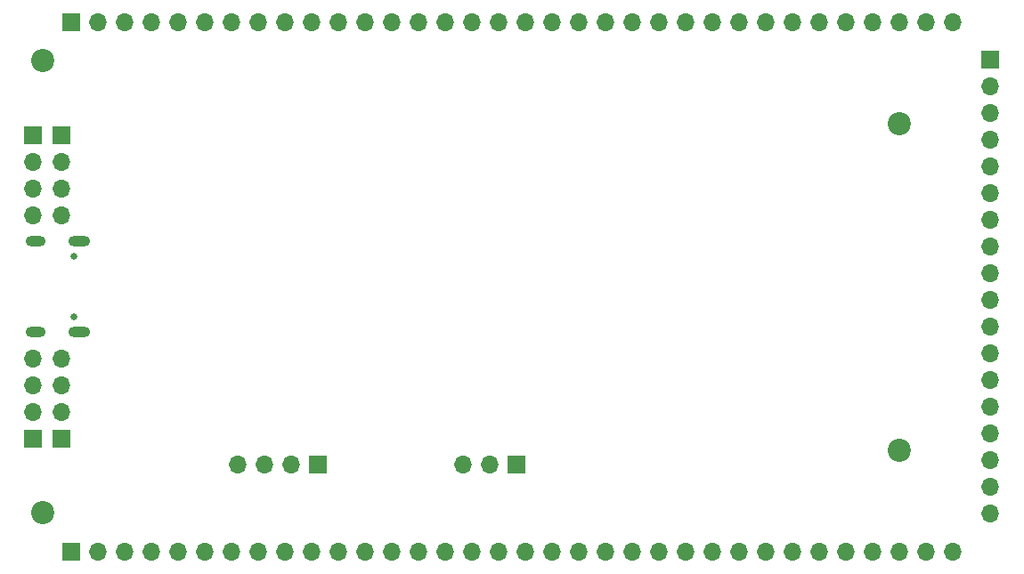
<source format=gbs>
%TF.GenerationSoftware,KiCad,Pcbnew,8.0.4*%
%TF.CreationDate,2024-08-23T17:26:40+08:00*%
%TF.ProjectId,UINIO-MCU-HC32F460PETB,55494e49-4f2d-44d4-9355-2d4843333246,Version 1.0.0*%
%TF.SameCoordinates,PX71f45d0PY4ce7800*%
%TF.FileFunction,Soldermask,Bot*%
%TF.FilePolarity,Negative*%
%FSLAX46Y46*%
G04 Gerber Fmt 4.6, Leading zero omitted, Abs format (unit mm)*
G04 Created by KiCad (PCBNEW 8.0.4) date 2024-08-23 17:26:40*
%MOMM*%
%LPD*%
G01*
G04 APERTURE LIST*
%ADD10O,1.700000X1.700000*%
%ADD11R,1.700000X1.700000*%
%ADD12C,2.200000*%
%ADD13C,0.650000*%
%ADD14O,2.100000X1.000000*%
%ADD15O,1.900000X1.000000*%
G04 APERTURE END LIST*
D10*
%TO.C,J7*%
X5840000Y-37370000D03*
X8380000Y-37370000D03*
X10920000Y-37370000D03*
D11*
X13460000Y-37370000D03*
%TD*%
D12*
%TO.C,HOLE\u002A\u002A*%
X-12690000Y1050000D03*
%TD*%
D11*
%TO.C,J4*%
X32320000Y-37370000D03*
D10*
X29780000Y-37370000D03*
X27240000Y-37370000D03*
%TD*%
D12*
%TO.C,HOLE\u002A\u002A*%
X-12690000Y-41940000D03*
%TD*%
D11*
%TO.C,J8*%
X-10920000Y-34900000D03*
D10*
X-10920000Y-32360000D03*
X-10920000Y-29820000D03*
X-10920000Y-27280000D03*
%TD*%
D11*
%TO.C,J5*%
X-10920000Y-5990000D03*
D10*
X-10920000Y-8530000D03*
X-10920000Y-11070000D03*
X-10920000Y-13610000D03*
%TD*%
D13*
%TO.C,USB1*%
X-9690000Y-17555000D03*
X-9690000Y-23335000D03*
D14*
X-9190000Y-16120000D03*
X-9190000Y-24770000D03*
D15*
X-13390000Y-16120000D03*
X-13390000Y-24770000D03*
%TD*%
D11*
%TO.C,J9*%
X-13580000Y-34900000D03*
D10*
X-13580000Y-32360000D03*
X-13580000Y-29820000D03*
X-13580000Y-27280000D03*
%TD*%
D11*
%TO.C,J3*%
X-9970000Y4730000D03*
D10*
X-7430000Y4730000D03*
X-4890000Y4730000D03*
X-2350000Y4730000D03*
X190000Y4730000D03*
X2730000Y4730000D03*
X5270000Y4730000D03*
X7810000Y4730000D03*
X10350000Y4730000D03*
X12890000Y4730000D03*
X15430000Y4730000D03*
X17970000Y4730000D03*
X20510000Y4730000D03*
X23050000Y4730000D03*
X25590000Y4730000D03*
X28130000Y4730000D03*
X30670000Y4730000D03*
X33210000Y4730000D03*
X35750000Y4730000D03*
X38290000Y4730000D03*
X40830000Y4730000D03*
X43370000Y4730000D03*
X45910000Y4730000D03*
X48450000Y4730000D03*
X50990000Y4730000D03*
X53530000Y4730000D03*
X56070000Y4730000D03*
X58610000Y4730000D03*
X61150000Y4730000D03*
X63690000Y4730000D03*
X66230000Y4730000D03*
X68770000Y4730000D03*
X71310000Y4730000D03*
X73850000Y4730000D03*
%TD*%
D11*
%TO.C,J1*%
X77430000Y1130000D03*
D10*
X77430000Y-1410000D03*
X77430000Y-3950000D03*
X77430000Y-6490000D03*
X77430000Y-9030000D03*
X77430000Y-11570000D03*
X77430000Y-14110000D03*
X77430000Y-16650000D03*
X77430000Y-19190000D03*
X77430000Y-21730000D03*
X77430000Y-24270000D03*
X77430000Y-26810000D03*
X77430000Y-29350000D03*
X77430000Y-31890000D03*
X77430000Y-34430000D03*
X77430000Y-36970000D03*
X77430000Y-39510000D03*
X77430000Y-42050000D03*
%TD*%
D12*
%TO.C,HOLE\u002A\u002A*%
X68770000Y-4950000D03*
%TD*%
D11*
%TO.C,J6*%
X-13580000Y-5990000D03*
D10*
X-13580000Y-8530000D03*
X-13580000Y-11070000D03*
X-13580000Y-13610000D03*
%TD*%
D11*
%TO.C,J2*%
X-9970000Y-45620000D03*
D10*
X-7430000Y-45620000D03*
X-4890000Y-45620000D03*
X-2350000Y-45620000D03*
X190000Y-45620000D03*
X2730000Y-45620000D03*
X5270000Y-45620000D03*
X7810000Y-45620000D03*
X10350000Y-45620000D03*
X12890000Y-45620000D03*
X15430000Y-45620000D03*
X17970000Y-45620000D03*
X20510000Y-45620000D03*
X23050000Y-45620000D03*
X25590000Y-45620000D03*
X28130000Y-45620000D03*
X30670000Y-45620000D03*
X33210000Y-45620000D03*
X35750000Y-45620000D03*
X38290000Y-45620000D03*
X40830000Y-45620000D03*
X43370000Y-45620000D03*
X45910000Y-45620000D03*
X48450000Y-45620000D03*
X50990000Y-45620000D03*
X53530000Y-45620000D03*
X56070000Y-45620000D03*
X58610000Y-45620000D03*
X61150000Y-45620000D03*
X63690000Y-45620000D03*
X66230000Y-45620000D03*
X68770000Y-45620000D03*
X71310000Y-45620000D03*
X73850000Y-45620000D03*
%TD*%
D12*
%TO.C,HOLE\u002A\u002A*%
X68770000Y-35970000D03*
%TD*%
M02*

</source>
